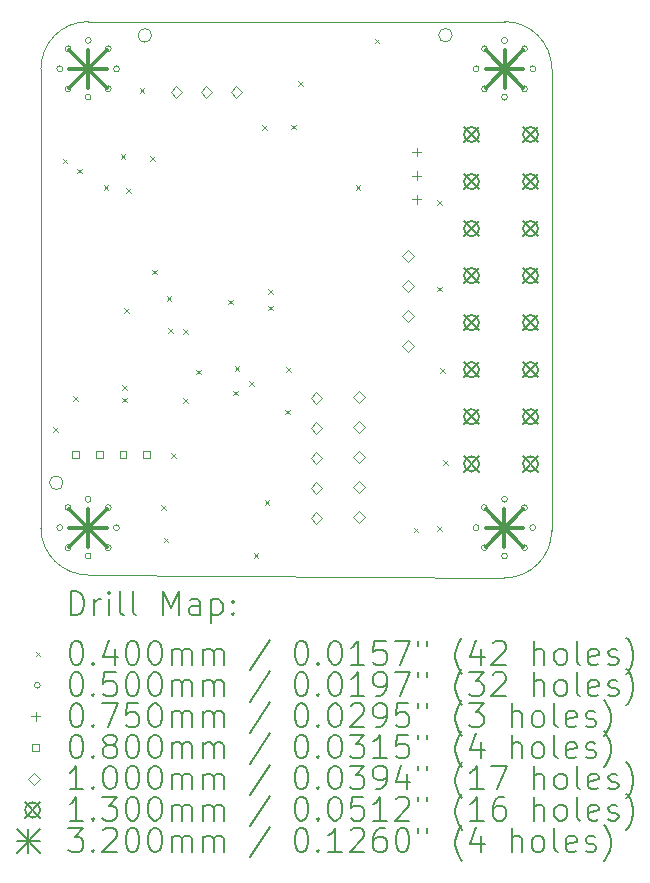
<source format=gbr>
%TF.GenerationSoftware,KiCad,Pcbnew,(6.0.10)*%
%TF.CreationDate,2023-07-07T16:54:31+02:00*%
%TF.ProjectId,SprinklerBoardESP32V3,53707269-6e6b-46c6-9572-426f61726445,rev?*%
%TF.SameCoordinates,Original*%
%TF.FileFunction,Drillmap*%
%TF.FilePolarity,Positive*%
%FSLAX45Y45*%
G04 Gerber Fmt 4.5, Leading zero omitted, Abs format (unit mm)*
G04 Created by KiCad (PCBNEW (6.0.10)) date 2023-07-07 16:54:31*
%MOMM*%
%LPD*%
G01*
G04 APERTURE LIST*
%ADD10C,0.100000*%
%ADD11C,0.200000*%
%ADD12C,0.040000*%
%ADD13C,0.050000*%
%ADD14C,0.075000*%
%ADD15C,0.080000*%
%ADD16C,0.130000*%
%ADD17C,0.320000*%
G04 APERTURE END LIST*
D10*
X11024594Y-13010002D02*
G75*
G03*
X11424594Y-12610002I12J399988D01*
G01*
X11425000Y-8700000D02*
G75*
G03*
X11025000Y-8300000I-400000J0D01*
G01*
X7500000Y-8300000D02*
X11025000Y-8300000D01*
X8037600Y-8417600D02*
G75*
G03*
X8037600Y-8417600I-57600J0D01*
G01*
X7500000Y-8300000D02*
G75*
G03*
X7100000Y-8700000I0J-400000D01*
G01*
X7287600Y-12205000D02*
G75*
G03*
X7287600Y-12205000I-57600J0D01*
G01*
X7099598Y-12585002D02*
G75*
G03*
X7499594Y-12985002I400002J2D01*
G01*
X11424594Y-12610002D02*
X11425000Y-8700000D01*
X11024594Y-13010002D02*
X7499594Y-12985002D01*
X10582600Y-8415000D02*
G75*
G03*
X10582600Y-8415000I-57600J0D01*
G01*
X7100000Y-8700000D02*
X7099594Y-12585002D01*
D11*
D12*
X7202550Y-11735000D02*
X7242550Y-11775000D01*
X7242550Y-11735000D02*
X7202550Y-11775000D01*
X7285000Y-9460000D02*
X7325000Y-9500000D01*
X7325000Y-9460000D02*
X7285000Y-9500000D01*
X7373797Y-11471797D02*
X7413797Y-11511797D01*
X7413797Y-11471797D02*
X7373797Y-11511797D01*
X7405000Y-9545000D02*
X7445000Y-9585000D01*
X7445000Y-9545000D02*
X7405000Y-9585000D01*
X7630000Y-9685000D02*
X7670000Y-9725000D01*
X7670000Y-9685000D02*
X7630000Y-9725000D01*
X7775000Y-9420000D02*
X7815000Y-9460000D01*
X7815000Y-9420000D02*
X7775000Y-9460000D01*
X7787950Y-11376230D02*
X7827950Y-11416230D01*
X7827950Y-11376230D02*
X7787950Y-11416230D01*
X7787950Y-11485000D02*
X7827950Y-11525000D01*
X7827950Y-11485000D02*
X7787950Y-11525000D01*
X7807450Y-10725000D02*
X7847450Y-10765000D01*
X7847450Y-10725000D02*
X7807450Y-10765000D01*
X7820000Y-9710000D02*
X7860000Y-9750000D01*
X7860000Y-9710000D02*
X7820000Y-9750000D01*
X7935000Y-8865000D02*
X7975000Y-8905000D01*
X7975000Y-8865000D02*
X7935000Y-8905000D01*
X8025000Y-9440000D02*
X8065000Y-9480000D01*
X8065000Y-9440000D02*
X8025000Y-9480000D01*
X8040000Y-10400000D02*
X8080000Y-10440000D01*
X8080000Y-10400000D02*
X8040000Y-10440000D01*
X8115000Y-12395000D02*
X8155000Y-12435000D01*
X8155000Y-12395000D02*
X8115000Y-12435000D01*
X8140000Y-12670000D02*
X8180000Y-12710000D01*
X8180000Y-12670000D02*
X8140000Y-12710000D01*
X8165000Y-10625000D02*
X8205000Y-10665000D01*
X8205000Y-10625000D02*
X8165000Y-10665000D01*
X8175000Y-10895000D02*
X8215000Y-10935000D01*
X8215000Y-10895000D02*
X8175000Y-10935000D01*
X8200000Y-11955000D02*
X8240000Y-11995000D01*
X8240000Y-11955000D02*
X8200000Y-11995000D01*
X8305000Y-10905000D02*
X8345000Y-10945000D01*
X8345000Y-10905000D02*
X8305000Y-10945000D01*
X8305000Y-11490000D02*
X8345000Y-11530000D01*
X8345000Y-11490000D02*
X8305000Y-11530000D01*
X8415100Y-11246232D02*
X8455100Y-11286232D01*
X8455100Y-11246232D02*
X8415100Y-11286232D01*
X8685000Y-10655000D02*
X8725000Y-10695000D01*
X8725000Y-10655000D02*
X8685000Y-10695000D01*
X8730000Y-11425000D02*
X8770000Y-11465000D01*
X8770000Y-11425000D02*
X8730000Y-11465000D01*
X8740000Y-11220000D02*
X8780000Y-11260000D01*
X8780000Y-11220000D02*
X8740000Y-11260000D01*
X8865000Y-11345000D02*
X8905000Y-11385000D01*
X8905000Y-11345000D02*
X8865000Y-11385000D01*
X8900000Y-12800000D02*
X8940000Y-12840000D01*
X8940000Y-12800000D02*
X8900000Y-12840000D01*
X8975000Y-9175000D02*
X9015000Y-9215000D01*
X9015000Y-9175000D02*
X8975000Y-9215000D01*
X8995000Y-12350000D02*
X9035000Y-12390000D01*
X9035000Y-12350000D02*
X8995000Y-12390000D01*
X9025000Y-10565000D02*
X9065000Y-10605000D01*
X9065000Y-10565000D02*
X9025000Y-10605000D01*
X9025000Y-10705000D02*
X9065000Y-10745000D01*
X9065000Y-10705000D02*
X9025000Y-10745000D01*
X9165000Y-11585000D02*
X9205000Y-11625000D01*
X9205000Y-11585000D02*
X9165000Y-11625000D01*
X9175000Y-11225000D02*
X9215000Y-11265000D01*
X9215000Y-11225000D02*
X9175000Y-11265000D01*
X9217550Y-9172154D02*
X9257550Y-9212154D01*
X9257550Y-9172154D02*
X9217550Y-9212154D01*
X9275000Y-8805000D02*
X9315000Y-8845000D01*
X9315000Y-8805000D02*
X9275000Y-8845000D01*
X9765000Y-9685000D02*
X9805000Y-9725000D01*
X9805000Y-9685000D02*
X9765000Y-9725000D01*
X9925000Y-8445000D02*
X9965000Y-8485000D01*
X9965000Y-8445000D02*
X9925000Y-8485000D01*
X10255000Y-12585000D02*
X10295000Y-12625000D01*
X10295000Y-12585000D02*
X10255000Y-12625000D01*
X10455000Y-9815000D02*
X10495000Y-9855000D01*
X10495000Y-9815000D02*
X10455000Y-9855000D01*
X10455000Y-10545000D02*
X10495000Y-10585000D01*
X10495000Y-10545000D02*
X10455000Y-10585000D01*
X10455000Y-12575000D02*
X10495000Y-12615000D01*
X10495000Y-12575000D02*
X10455000Y-12615000D01*
X10479194Y-11233043D02*
X10519194Y-11273043D01*
X10519194Y-11233043D02*
X10479194Y-11273043D01*
X10505472Y-12010604D02*
X10545472Y-12050604D01*
X10545472Y-12010604D02*
X10505472Y-12050604D01*
D13*
X7284594Y-12584950D02*
G75*
G03*
X7284594Y-12584950I-25000J0D01*
G01*
X7285000Y-8700000D02*
G75*
G03*
X7285000Y-8700000I-25000J0D01*
G01*
X7354889Y-12415244D02*
G75*
G03*
X7354889Y-12415244I-25000J0D01*
G01*
X7354889Y-12754656D02*
G75*
G03*
X7354889Y-12754656I-25000J0D01*
G01*
X7355294Y-8530294D02*
G75*
G03*
X7355294Y-8530294I-25000J0D01*
G01*
X7355294Y-8869706D02*
G75*
G03*
X7355294Y-8869706I-25000J0D01*
G01*
X7524594Y-12344950D02*
G75*
G03*
X7524594Y-12344950I-25000J0D01*
G01*
X7524594Y-12824950D02*
G75*
G03*
X7524594Y-12824950I-25000J0D01*
G01*
X7525000Y-8460000D02*
G75*
G03*
X7525000Y-8460000I-25000J0D01*
G01*
X7525000Y-8940000D02*
G75*
G03*
X7525000Y-8940000I-25000J0D01*
G01*
X7694300Y-12415244D02*
G75*
G03*
X7694300Y-12415244I-25000J0D01*
G01*
X7694300Y-12754656D02*
G75*
G03*
X7694300Y-12754656I-25000J0D01*
G01*
X7694706Y-8530294D02*
G75*
G03*
X7694706Y-8530294I-25000J0D01*
G01*
X7694706Y-8869706D02*
G75*
G03*
X7694706Y-8869706I-25000J0D01*
G01*
X7764594Y-12584950D02*
G75*
G03*
X7764594Y-12584950I-25000J0D01*
G01*
X7765000Y-8700000D02*
G75*
G03*
X7765000Y-8700000I-25000J0D01*
G01*
X10809594Y-12585002D02*
G75*
G03*
X10809594Y-12585002I-25000J0D01*
G01*
X10810000Y-8700000D02*
G75*
G03*
X10810000Y-8700000I-25000J0D01*
G01*
X10879889Y-12415296D02*
G75*
G03*
X10879889Y-12415296I-25000J0D01*
G01*
X10879889Y-12754707D02*
G75*
G03*
X10879889Y-12754707I-25000J0D01*
G01*
X10880294Y-8530294D02*
G75*
G03*
X10880294Y-8530294I-25000J0D01*
G01*
X10880294Y-8869706D02*
G75*
G03*
X10880294Y-8869706I-25000J0D01*
G01*
X11049594Y-12345002D02*
G75*
G03*
X11049594Y-12345002I-25000J0D01*
G01*
X11049594Y-12825002D02*
G75*
G03*
X11049594Y-12825002I-25000J0D01*
G01*
X11050000Y-8460000D02*
G75*
G03*
X11050000Y-8460000I-25000J0D01*
G01*
X11050000Y-8940000D02*
G75*
G03*
X11050000Y-8940000I-25000J0D01*
G01*
X11219300Y-12415296D02*
G75*
G03*
X11219300Y-12415296I-25000J0D01*
G01*
X11219300Y-12754707D02*
G75*
G03*
X11219300Y-12754707I-25000J0D01*
G01*
X11219706Y-8530294D02*
G75*
G03*
X11219706Y-8530294I-25000J0D01*
G01*
X11219706Y-8869706D02*
G75*
G03*
X11219706Y-8869706I-25000J0D01*
G01*
X11289594Y-12585002D02*
G75*
G03*
X11289594Y-12585002I-25000J0D01*
G01*
X11290000Y-8700000D02*
G75*
G03*
X11290000Y-8700000I-25000J0D01*
G01*
D14*
X10280000Y-9367500D02*
X10280000Y-9442500D01*
X10242500Y-9405000D02*
X10317500Y-9405000D01*
X10280000Y-9567500D02*
X10280000Y-9642500D01*
X10242500Y-9605000D02*
X10317500Y-9605000D01*
X10280000Y-9767500D02*
X10280000Y-9842500D01*
X10242500Y-9805000D02*
X10317500Y-9805000D01*
D15*
X7423284Y-11993284D02*
X7423284Y-11936715D01*
X7366715Y-11936715D01*
X7366715Y-11993284D01*
X7423284Y-11993284D01*
X7623284Y-11993284D02*
X7623284Y-11936715D01*
X7566715Y-11936715D01*
X7566715Y-11993284D01*
X7623284Y-11993284D01*
X7823284Y-11993284D02*
X7823284Y-11936715D01*
X7766715Y-11936715D01*
X7766715Y-11993284D01*
X7823284Y-11993284D01*
X8023284Y-11993284D02*
X8023284Y-11936715D01*
X7966715Y-11936715D01*
X7966715Y-11993284D01*
X8023284Y-11993284D01*
D10*
X8247220Y-8943560D02*
X8297220Y-8893560D01*
X8247220Y-8843560D01*
X8197220Y-8893560D01*
X8247220Y-8943560D01*
X8501220Y-8943560D02*
X8551220Y-8893560D01*
X8501220Y-8843560D01*
X8451220Y-8893560D01*
X8501220Y-8943560D01*
X8755220Y-8943560D02*
X8805220Y-8893560D01*
X8755220Y-8843560D01*
X8705220Y-8893560D01*
X8755220Y-8943560D01*
X9432500Y-11534000D02*
X9482500Y-11484000D01*
X9432500Y-11434000D01*
X9382500Y-11484000D01*
X9432500Y-11534000D01*
X9432500Y-11788000D02*
X9482500Y-11738000D01*
X9432500Y-11688000D01*
X9382500Y-11738000D01*
X9432500Y-11788000D01*
X9432500Y-12042000D02*
X9482500Y-11992000D01*
X9432500Y-11942000D01*
X9382500Y-11992000D01*
X9432500Y-12042000D01*
X9432500Y-12296000D02*
X9482500Y-12246000D01*
X9432500Y-12196000D01*
X9382500Y-12246000D01*
X9432500Y-12296000D01*
X9432500Y-12550000D02*
X9482500Y-12500000D01*
X9432500Y-12450000D01*
X9382500Y-12500000D01*
X9432500Y-12550000D01*
X9795000Y-11531000D02*
X9845000Y-11481000D01*
X9795000Y-11431000D01*
X9745000Y-11481000D01*
X9795000Y-11531000D01*
X9795000Y-11785000D02*
X9845000Y-11735000D01*
X9795000Y-11685000D01*
X9745000Y-11735000D01*
X9795000Y-11785000D01*
X9795000Y-12039000D02*
X9845000Y-11989000D01*
X9795000Y-11939000D01*
X9745000Y-11989000D01*
X9795000Y-12039000D01*
X9795000Y-12293000D02*
X9845000Y-12243000D01*
X9795000Y-12193000D01*
X9745000Y-12243000D01*
X9795000Y-12293000D01*
X9795000Y-12547000D02*
X9845000Y-12497000D01*
X9795000Y-12447000D01*
X9745000Y-12497000D01*
X9795000Y-12547000D01*
X10207490Y-10335000D02*
X10257490Y-10285000D01*
X10207490Y-10235000D01*
X10157490Y-10285000D01*
X10207490Y-10335000D01*
X10207490Y-10589000D02*
X10257490Y-10539000D01*
X10207490Y-10489000D01*
X10157490Y-10539000D01*
X10207490Y-10589000D01*
X10207490Y-10843000D02*
X10257490Y-10793000D01*
X10207490Y-10743000D01*
X10157490Y-10793000D01*
X10207490Y-10843000D01*
X10207490Y-11097000D02*
X10257490Y-11047000D01*
X10207490Y-10997000D01*
X10157490Y-11047000D01*
X10207490Y-11097000D01*
D16*
X10680700Y-9191429D02*
X10810700Y-9321429D01*
X10810700Y-9191429D02*
X10680700Y-9321429D01*
X10810700Y-9256429D02*
G75*
G03*
X10810700Y-9256429I-65000J0D01*
G01*
X10680700Y-9589796D02*
X10810700Y-9719796D01*
X10810700Y-9589796D02*
X10680700Y-9719796D01*
X10810700Y-9654796D02*
G75*
G03*
X10810700Y-9654796I-65000J0D01*
G01*
X10680700Y-9988163D02*
X10810700Y-10118163D01*
X10810700Y-9988163D02*
X10680700Y-10118163D01*
X10810700Y-10053163D02*
G75*
G03*
X10810700Y-10053163I-65000J0D01*
G01*
X10680700Y-10386531D02*
X10810700Y-10516531D01*
X10810700Y-10386531D02*
X10680700Y-10516531D01*
X10810700Y-10451531D02*
G75*
G03*
X10810700Y-10451531I-65000J0D01*
G01*
X10680700Y-10784898D02*
X10810700Y-10914898D01*
X10810700Y-10784898D02*
X10680700Y-10914898D01*
X10810700Y-10849898D02*
G75*
G03*
X10810700Y-10849898I-65000J0D01*
G01*
X10680700Y-11183265D02*
X10810700Y-11313265D01*
X10810700Y-11183265D02*
X10680700Y-11313265D01*
X10810700Y-11248265D02*
G75*
G03*
X10810700Y-11248265I-65000J0D01*
G01*
X10680700Y-11581633D02*
X10810700Y-11711633D01*
X10810700Y-11581633D02*
X10680700Y-11711633D01*
X10810700Y-11646633D02*
G75*
G03*
X10810700Y-11646633I-65000J0D01*
G01*
X10680700Y-11980000D02*
X10810700Y-12110000D01*
X10810700Y-11980000D02*
X10680700Y-12110000D01*
X10810700Y-12045000D02*
G75*
G03*
X10810700Y-12045000I-65000J0D01*
G01*
X11180700Y-9191429D02*
X11310700Y-9321429D01*
X11310700Y-9191429D02*
X11180700Y-9321429D01*
X11310700Y-9256429D02*
G75*
G03*
X11310700Y-9256429I-65000J0D01*
G01*
X11180700Y-9589796D02*
X11310700Y-9719796D01*
X11310700Y-9589796D02*
X11180700Y-9719796D01*
X11310700Y-9654796D02*
G75*
G03*
X11310700Y-9654796I-65000J0D01*
G01*
X11180700Y-9988163D02*
X11310700Y-10118163D01*
X11310700Y-9988163D02*
X11180700Y-10118163D01*
X11310700Y-10053163D02*
G75*
G03*
X11310700Y-10053163I-65000J0D01*
G01*
X11180700Y-10386531D02*
X11310700Y-10516531D01*
X11310700Y-10386531D02*
X11180700Y-10516531D01*
X11310700Y-10451531D02*
G75*
G03*
X11310700Y-10451531I-65000J0D01*
G01*
X11180700Y-10784898D02*
X11310700Y-10914898D01*
X11310700Y-10784898D02*
X11180700Y-10914898D01*
X11310700Y-10849898D02*
G75*
G03*
X11310700Y-10849898I-65000J0D01*
G01*
X11180700Y-11183265D02*
X11310700Y-11313265D01*
X11310700Y-11183265D02*
X11180700Y-11313265D01*
X11310700Y-11248265D02*
G75*
G03*
X11310700Y-11248265I-65000J0D01*
G01*
X11180700Y-11581633D02*
X11310700Y-11711633D01*
X11310700Y-11581633D02*
X11180700Y-11711633D01*
X11310700Y-11646633D02*
G75*
G03*
X11310700Y-11646633I-65000J0D01*
G01*
X11180700Y-11980000D02*
X11310700Y-12110000D01*
X11310700Y-11980000D02*
X11180700Y-12110000D01*
X11310700Y-12045000D02*
G75*
G03*
X11310700Y-12045000I-65000J0D01*
G01*
D17*
X7339594Y-12424950D02*
X7659594Y-12744950D01*
X7659594Y-12424950D02*
X7339594Y-12744950D01*
X7499594Y-12424950D02*
X7499594Y-12744950D01*
X7339594Y-12584950D02*
X7659594Y-12584950D01*
X7340000Y-8540000D02*
X7660000Y-8860000D01*
X7660000Y-8540000D02*
X7340000Y-8860000D01*
X7500000Y-8540000D02*
X7500000Y-8860000D01*
X7340000Y-8700000D02*
X7660000Y-8700000D01*
X10864594Y-12425002D02*
X11184594Y-12745002D01*
X11184594Y-12425002D02*
X10864594Y-12745002D01*
X11024594Y-12425002D02*
X11024594Y-12745002D01*
X10864594Y-12585002D02*
X11184594Y-12585002D01*
X10865000Y-8540000D02*
X11185000Y-8860000D01*
X11185000Y-8540000D02*
X10865000Y-8860000D01*
X11025000Y-8540000D02*
X11025000Y-8860000D01*
X10865000Y-8700000D02*
X11185000Y-8700000D01*
D11*
X7352213Y-13325478D02*
X7352213Y-13125478D01*
X7399832Y-13125478D01*
X7428404Y-13135002D01*
X7447451Y-13154049D01*
X7456975Y-13173097D01*
X7466499Y-13211192D01*
X7466499Y-13239763D01*
X7456975Y-13277859D01*
X7447451Y-13296906D01*
X7428404Y-13315954D01*
X7399832Y-13325478D01*
X7352213Y-13325478D01*
X7552213Y-13325478D02*
X7552213Y-13192144D01*
X7552213Y-13230240D02*
X7561737Y-13211192D01*
X7571261Y-13201668D01*
X7590308Y-13192144D01*
X7609356Y-13192144D01*
X7676023Y-13325478D02*
X7676023Y-13192144D01*
X7676023Y-13125478D02*
X7666499Y-13135002D01*
X7676023Y-13144525D01*
X7685546Y-13135002D01*
X7676023Y-13125478D01*
X7676023Y-13144525D01*
X7799832Y-13325478D02*
X7780785Y-13315954D01*
X7771261Y-13296906D01*
X7771261Y-13125478D01*
X7904594Y-13325478D02*
X7885546Y-13315954D01*
X7876023Y-13296906D01*
X7876023Y-13125478D01*
X8133166Y-13325478D02*
X8133166Y-13125478D01*
X8199832Y-13268335D01*
X8266499Y-13125478D01*
X8266499Y-13325478D01*
X8447451Y-13325478D02*
X8447451Y-13220716D01*
X8437928Y-13201668D01*
X8418880Y-13192144D01*
X8380785Y-13192144D01*
X8361737Y-13201668D01*
X8447451Y-13315954D02*
X8428404Y-13325478D01*
X8380785Y-13325478D01*
X8361737Y-13315954D01*
X8352213Y-13296906D01*
X8352213Y-13277859D01*
X8361737Y-13258811D01*
X8380785Y-13249287D01*
X8428404Y-13249287D01*
X8447451Y-13239763D01*
X8542689Y-13192144D02*
X8542689Y-13392144D01*
X8542689Y-13201668D02*
X8561737Y-13192144D01*
X8599832Y-13192144D01*
X8618880Y-13201668D01*
X8628404Y-13211192D01*
X8637928Y-13230240D01*
X8637928Y-13287382D01*
X8628404Y-13306430D01*
X8618880Y-13315954D01*
X8599832Y-13325478D01*
X8561737Y-13325478D01*
X8542689Y-13315954D01*
X8723642Y-13306430D02*
X8733166Y-13315954D01*
X8723642Y-13325478D01*
X8714118Y-13315954D01*
X8723642Y-13306430D01*
X8723642Y-13325478D01*
X8723642Y-13201668D02*
X8733166Y-13211192D01*
X8723642Y-13220716D01*
X8714118Y-13211192D01*
X8723642Y-13201668D01*
X8723642Y-13220716D01*
D12*
X7054594Y-13635002D02*
X7094594Y-13675002D01*
X7094594Y-13635002D02*
X7054594Y-13675002D01*
D11*
X7390308Y-13545478D02*
X7409356Y-13545478D01*
X7428404Y-13555002D01*
X7437927Y-13564525D01*
X7447451Y-13583573D01*
X7456975Y-13621668D01*
X7456975Y-13669287D01*
X7447451Y-13707382D01*
X7437927Y-13726430D01*
X7428404Y-13735954D01*
X7409356Y-13745478D01*
X7390308Y-13745478D01*
X7371261Y-13735954D01*
X7361737Y-13726430D01*
X7352213Y-13707382D01*
X7342689Y-13669287D01*
X7342689Y-13621668D01*
X7352213Y-13583573D01*
X7361737Y-13564525D01*
X7371261Y-13555002D01*
X7390308Y-13545478D01*
X7542689Y-13726430D02*
X7552213Y-13735954D01*
X7542689Y-13745478D01*
X7533166Y-13735954D01*
X7542689Y-13726430D01*
X7542689Y-13745478D01*
X7723642Y-13612144D02*
X7723642Y-13745478D01*
X7676023Y-13535954D02*
X7628404Y-13678811D01*
X7752213Y-13678811D01*
X7866499Y-13545478D02*
X7885546Y-13545478D01*
X7904594Y-13555002D01*
X7914118Y-13564525D01*
X7923642Y-13583573D01*
X7933166Y-13621668D01*
X7933166Y-13669287D01*
X7923642Y-13707382D01*
X7914118Y-13726430D01*
X7904594Y-13735954D01*
X7885546Y-13745478D01*
X7866499Y-13745478D01*
X7847451Y-13735954D01*
X7837927Y-13726430D01*
X7828404Y-13707382D01*
X7818880Y-13669287D01*
X7818880Y-13621668D01*
X7828404Y-13583573D01*
X7837927Y-13564525D01*
X7847451Y-13555002D01*
X7866499Y-13545478D01*
X8056975Y-13545478D02*
X8076023Y-13545478D01*
X8095070Y-13555002D01*
X8104594Y-13564525D01*
X8114118Y-13583573D01*
X8123642Y-13621668D01*
X8123642Y-13669287D01*
X8114118Y-13707382D01*
X8104594Y-13726430D01*
X8095070Y-13735954D01*
X8076023Y-13745478D01*
X8056975Y-13745478D01*
X8037927Y-13735954D01*
X8028404Y-13726430D01*
X8018880Y-13707382D01*
X8009356Y-13669287D01*
X8009356Y-13621668D01*
X8018880Y-13583573D01*
X8028404Y-13564525D01*
X8037927Y-13555002D01*
X8056975Y-13545478D01*
X8209356Y-13745478D02*
X8209356Y-13612144D01*
X8209356Y-13631192D02*
X8218880Y-13621668D01*
X8237927Y-13612144D01*
X8266499Y-13612144D01*
X8285546Y-13621668D01*
X8295070Y-13640716D01*
X8295070Y-13745478D01*
X8295070Y-13640716D02*
X8304594Y-13621668D01*
X8323642Y-13612144D01*
X8352213Y-13612144D01*
X8371261Y-13621668D01*
X8380785Y-13640716D01*
X8380785Y-13745478D01*
X8476023Y-13745478D02*
X8476023Y-13612144D01*
X8476023Y-13631192D02*
X8485547Y-13621668D01*
X8504594Y-13612144D01*
X8533166Y-13612144D01*
X8552213Y-13621668D01*
X8561737Y-13640716D01*
X8561737Y-13745478D01*
X8561737Y-13640716D02*
X8571261Y-13621668D01*
X8590308Y-13612144D01*
X8618880Y-13612144D01*
X8637928Y-13621668D01*
X8647451Y-13640716D01*
X8647451Y-13745478D01*
X9037928Y-13535954D02*
X8866499Y-13793097D01*
X9295070Y-13545478D02*
X9314118Y-13545478D01*
X9333166Y-13555002D01*
X9342689Y-13564525D01*
X9352213Y-13583573D01*
X9361737Y-13621668D01*
X9361737Y-13669287D01*
X9352213Y-13707382D01*
X9342689Y-13726430D01*
X9333166Y-13735954D01*
X9314118Y-13745478D01*
X9295070Y-13745478D01*
X9276023Y-13735954D01*
X9266499Y-13726430D01*
X9256975Y-13707382D01*
X9247451Y-13669287D01*
X9247451Y-13621668D01*
X9256975Y-13583573D01*
X9266499Y-13564525D01*
X9276023Y-13555002D01*
X9295070Y-13545478D01*
X9447451Y-13726430D02*
X9456975Y-13735954D01*
X9447451Y-13745478D01*
X9437928Y-13735954D01*
X9447451Y-13726430D01*
X9447451Y-13745478D01*
X9580785Y-13545478D02*
X9599832Y-13545478D01*
X9618880Y-13555002D01*
X9628404Y-13564525D01*
X9637928Y-13583573D01*
X9647451Y-13621668D01*
X9647451Y-13669287D01*
X9637928Y-13707382D01*
X9628404Y-13726430D01*
X9618880Y-13735954D01*
X9599832Y-13745478D01*
X9580785Y-13745478D01*
X9561737Y-13735954D01*
X9552213Y-13726430D01*
X9542689Y-13707382D01*
X9533166Y-13669287D01*
X9533166Y-13621668D01*
X9542689Y-13583573D01*
X9552213Y-13564525D01*
X9561737Y-13555002D01*
X9580785Y-13545478D01*
X9837928Y-13745478D02*
X9723642Y-13745478D01*
X9780785Y-13745478D02*
X9780785Y-13545478D01*
X9761737Y-13574049D01*
X9742689Y-13593097D01*
X9723642Y-13602621D01*
X10018880Y-13545478D02*
X9923642Y-13545478D01*
X9914118Y-13640716D01*
X9923642Y-13631192D01*
X9942689Y-13621668D01*
X9990308Y-13621668D01*
X10009356Y-13631192D01*
X10018880Y-13640716D01*
X10028404Y-13659763D01*
X10028404Y-13707382D01*
X10018880Y-13726430D01*
X10009356Y-13735954D01*
X9990308Y-13745478D01*
X9942689Y-13745478D01*
X9923642Y-13735954D01*
X9914118Y-13726430D01*
X10095070Y-13545478D02*
X10228404Y-13545478D01*
X10142689Y-13745478D01*
X10295070Y-13545478D02*
X10295070Y-13583573D01*
X10371261Y-13545478D02*
X10371261Y-13583573D01*
X10666499Y-13821668D02*
X10656975Y-13812144D01*
X10637928Y-13783573D01*
X10628404Y-13764525D01*
X10618880Y-13735954D01*
X10609356Y-13688335D01*
X10609356Y-13650240D01*
X10618880Y-13602621D01*
X10628404Y-13574049D01*
X10637928Y-13555002D01*
X10656975Y-13526430D01*
X10666499Y-13516906D01*
X10828404Y-13612144D02*
X10828404Y-13745478D01*
X10780785Y-13535954D02*
X10733166Y-13678811D01*
X10856975Y-13678811D01*
X10923642Y-13564525D02*
X10933166Y-13555002D01*
X10952213Y-13545478D01*
X10999832Y-13545478D01*
X11018880Y-13555002D01*
X11028404Y-13564525D01*
X11037928Y-13583573D01*
X11037928Y-13602621D01*
X11028404Y-13631192D01*
X10914118Y-13745478D01*
X11037928Y-13745478D01*
X11276023Y-13745478D02*
X11276023Y-13545478D01*
X11361737Y-13745478D02*
X11361737Y-13640716D01*
X11352213Y-13621668D01*
X11333166Y-13612144D01*
X11304594Y-13612144D01*
X11285546Y-13621668D01*
X11276023Y-13631192D01*
X11485546Y-13745478D02*
X11466499Y-13735954D01*
X11456975Y-13726430D01*
X11447451Y-13707382D01*
X11447451Y-13650240D01*
X11456975Y-13631192D01*
X11466499Y-13621668D01*
X11485546Y-13612144D01*
X11514118Y-13612144D01*
X11533166Y-13621668D01*
X11542689Y-13631192D01*
X11552213Y-13650240D01*
X11552213Y-13707382D01*
X11542689Y-13726430D01*
X11533166Y-13735954D01*
X11514118Y-13745478D01*
X11485546Y-13745478D01*
X11666499Y-13745478D02*
X11647451Y-13735954D01*
X11637927Y-13716906D01*
X11637927Y-13545478D01*
X11818880Y-13735954D02*
X11799832Y-13745478D01*
X11761737Y-13745478D01*
X11742689Y-13735954D01*
X11733166Y-13716906D01*
X11733166Y-13640716D01*
X11742689Y-13621668D01*
X11761737Y-13612144D01*
X11799832Y-13612144D01*
X11818880Y-13621668D01*
X11828404Y-13640716D01*
X11828404Y-13659763D01*
X11733166Y-13678811D01*
X11904594Y-13735954D02*
X11923642Y-13745478D01*
X11961737Y-13745478D01*
X11980785Y-13735954D01*
X11990308Y-13716906D01*
X11990308Y-13707382D01*
X11980785Y-13688335D01*
X11961737Y-13678811D01*
X11933166Y-13678811D01*
X11914118Y-13669287D01*
X11904594Y-13650240D01*
X11904594Y-13640716D01*
X11914118Y-13621668D01*
X11933166Y-13612144D01*
X11961737Y-13612144D01*
X11980785Y-13621668D01*
X12056975Y-13821668D02*
X12066499Y-13812144D01*
X12085546Y-13783573D01*
X12095070Y-13764525D01*
X12104594Y-13735954D01*
X12114118Y-13688335D01*
X12114118Y-13650240D01*
X12104594Y-13602621D01*
X12095070Y-13574049D01*
X12085546Y-13555002D01*
X12066499Y-13526430D01*
X12056975Y-13516906D01*
D13*
X7094594Y-13919002D02*
G75*
G03*
X7094594Y-13919002I-25000J0D01*
G01*
D11*
X7390308Y-13809478D02*
X7409356Y-13809478D01*
X7428404Y-13819002D01*
X7437927Y-13828525D01*
X7447451Y-13847573D01*
X7456975Y-13885668D01*
X7456975Y-13933287D01*
X7447451Y-13971382D01*
X7437927Y-13990430D01*
X7428404Y-13999954D01*
X7409356Y-14009478D01*
X7390308Y-14009478D01*
X7371261Y-13999954D01*
X7361737Y-13990430D01*
X7352213Y-13971382D01*
X7342689Y-13933287D01*
X7342689Y-13885668D01*
X7352213Y-13847573D01*
X7361737Y-13828525D01*
X7371261Y-13819002D01*
X7390308Y-13809478D01*
X7542689Y-13990430D02*
X7552213Y-13999954D01*
X7542689Y-14009478D01*
X7533166Y-13999954D01*
X7542689Y-13990430D01*
X7542689Y-14009478D01*
X7733166Y-13809478D02*
X7637927Y-13809478D01*
X7628404Y-13904716D01*
X7637927Y-13895192D01*
X7656975Y-13885668D01*
X7704594Y-13885668D01*
X7723642Y-13895192D01*
X7733166Y-13904716D01*
X7742689Y-13923763D01*
X7742689Y-13971382D01*
X7733166Y-13990430D01*
X7723642Y-13999954D01*
X7704594Y-14009478D01*
X7656975Y-14009478D01*
X7637927Y-13999954D01*
X7628404Y-13990430D01*
X7866499Y-13809478D02*
X7885546Y-13809478D01*
X7904594Y-13819002D01*
X7914118Y-13828525D01*
X7923642Y-13847573D01*
X7933166Y-13885668D01*
X7933166Y-13933287D01*
X7923642Y-13971382D01*
X7914118Y-13990430D01*
X7904594Y-13999954D01*
X7885546Y-14009478D01*
X7866499Y-14009478D01*
X7847451Y-13999954D01*
X7837927Y-13990430D01*
X7828404Y-13971382D01*
X7818880Y-13933287D01*
X7818880Y-13885668D01*
X7828404Y-13847573D01*
X7837927Y-13828525D01*
X7847451Y-13819002D01*
X7866499Y-13809478D01*
X8056975Y-13809478D02*
X8076023Y-13809478D01*
X8095070Y-13819002D01*
X8104594Y-13828525D01*
X8114118Y-13847573D01*
X8123642Y-13885668D01*
X8123642Y-13933287D01*
X8114118Y-13971382D01*
X8104594Y-13990430D01*
X8095070Y-13999954D01*
X8076023Y-14009478D01*
X8056975Y-14009478D01*
X8037927Y-13999954D01*
X8028404Y-13990430D01*
X8018880Y-13971382D01*
X8009356Y-13933287D01*
X8009356Y-13885668D01*
X8018880Y-13847573D01*
X8028404Y-13828525D01*
X8037927Y-13819002D01*
X8056975Y-13809478D01*
X8209356Y-14009478D02*
X8209356Y-13876144D01*
X8209356Y-13895192D02*
X8218880Y-13885668D01*
X8237927Y-13876144D01*
X8266499Y-13876144D01*
X8285546Y-13885668D01*
X8295070Y-13904716D01*
X8295070Y-14009478D01*
X8295070Y-13904716D02*
X8304594Y-13885668D01*
X8323642Y-13876144D01*
X8352213Y-13876144D01*
X8371261Y-13885668D01*
X8380785Y-13904716D01*
X8380785Y-14009478D01*
X8476023Y-14009478D02*
X8476023Y-13876144D01*
X8476023Y-13895192D02*
X8485547Y-13885668D01*
X8504594Y-13876144D01*
X8533166Y-13876144D01*
X8552213Y-13885668D01*
X8561737Y-13904716D01*
X8561737Y-14009478D01*
X8561737Y-13904716D02*
X8571261Y-13885668D01*
X8590308Y-13876144D01*
X8618880Y-13876144D01*
X8637928Y-13885668D01*
X8647451Y-13904716D01*
X8647451Y-14009478D01*
X9037928Y-13799954D02*
X8866499Y-14057097D01*
X9295070Y-13809478D02*
X9314118Y-13809478D01*
X9333166Y-13819002D01*
X9342689Y-13828525D01*
X9352213Y-13847573D01*
X9361737Y-13885668D01*
X9361737Y-13933287D01*
X9352213Y-13971382D01*
X9342689Y-13990430D01*
X9333166Y-13999954D01*
X9314118Y-14009478D01*
X9295070Y-14009478D01*
X9276023Y-13999954D01*
X9266499Y-13990430D01*
X9256975Y-13971382D01*
X9247451Y-13933287D01*
X9247451Y-13885668D01*
X9256975Y-13847573D01*
X9266499Y-13828525D01*
X9276023Y-13819002D01*
X9295070Y-13809478D01*
X9447451Y-13990430D02*
X9456975Y-13999954D01*
X9447451Y-14009478D01*
X9437928Y-13999954D01*
X9447451Y-13990430D01*
X9447451Y-14009478D01*
X9580785Y-13809478D02*
X9599832Y-13809478D01*
X9618880Y-13819002D01*
X9628404Y-13828525D01*
X9637928Y-13847573D01*
X9647451Y-13885668D01*
X9647451Y-13933287D01*
X9637928Y-13971382D01*
X9628404Y-13990430D01*
X9618880Y-13999954D01*
X9599832Y-14009478D01*
X9580785Y-14009478D01*
X9561737Y-13999954D01*
X9552213Y-13990430D01*
X9542689Y-13971382D01*
X9533166Y-13933287D01*
X9533166Y-13885668D01*
X9542689Y-13847573D01*
X9552213Y-13828525D01*
X9561737Y-13819002D01*
X9580785Y-13809478D01*
X9837928Y-14009478D02*
X9723642Y-14009478D01*
X9780785Y-14009478D02*
X9780785Y-13809478D01*
X9761737Y-13838049D01*
X9742689Y-13857097D01*
X9723642Y-13866621D01*
X9933166Y-14009478D02*
X9971261Y-14009478D01*
X9990308Y-13999954D01*
X9999832Y-13990430D01*
X10018880Y-13961859D01*
X10028404Y-13923763D01*
X10028404Y-13847573D01*
X10018880Y-13828525D01*
X10009356Y-13819002D01*
X9990308Y-13809478D01*
X9952213Y-13809478D01*
X9933166Y-13819002D01*
X9923642Y-13828525D01*
X9914118Y-13847573D01*
X9914118Y-13895192D01*
X9923642Y-13914240D01*
X9933166Y-13923763D01*
X9952213Y-13933287D01*
X9990308Y-13933287D01*
X10009356Y-13923763D01*
X10018880Y-13914240D01*
X10028404Y-13895192D01*
X10095070Y-13809478D02*
X10228404Y-13809478D01*
X10142689Y-14009478D01*
X10295070Y-13809478D02*
X10295070Y-13847573D01*
X10371261Y-13809478D02*
X10371261Y-13847573D01*
X10666499Y-14085668D02*
X10656975Y-14076144D01*
X10637928Y-14047573D01*
X10628404Y-14028525D01*
X10618880Y-13999954D01*
X10609356Y-13952335D01*
X10609356Y-13914240D01*
X10618880Y-13866621D01*
X10628404Y-13838049D01*
X10637928Y-13819002D01*
X10656975Y-13790430D01*
X10666499Y-13780906D01*
X10723642Y-13809478D02*
X10847451Y-13809478D01*
X10780785Y-13885668D01*
X10809356Y-13885668D01*
X10828404Y-13895192D01*
X10837928Y-13904716D01*
X10847451Y-13923763D01*
X10847451Y-13971382D01*
X10837928Y-13990430D01*
X10828404Y-13999954D01*
X10809356Y-14009478D01*
X10752213Y-14009478D01*
X10733166Y-13999954D01*
X10723642Y-13990430D01*
X10923642Y-13828525D02*
X10933166Y-13819002D01*
X10952213Y-13809478D01*
X10999832Y-13809478D01*
X11018880Y-13819002D01*
X11028404Y-13828525D01*
X11037928Y-13847573D01*
X11037928Y-13866621D01*
X11028404Y-13895192D01*
X10914118Y-14009478D01*
X11037928Y-14009478D01*
X11276023Y-14009478D02*
X11276023Y-13809478D01*
X11361737Y-14009478D02*
X11361737Y-13904716D01*
X11352213Y-13885668D01*
X11333166Y-13876144D01*
X11304594Y-13876144D01*
X11285546Y-13885668D01*
X11276023Y-13895192D01*
X11485546Y-14009478D02*
X11466499Y-13999954D01*
X11456975Y-13990430D01*
X11447451Y-13971382D01*
X11447451Y-13914240D01*
X11456975Y-13895192D01*
X11466499Y-13885668D01*
X11485546Y-13876144D01*
X11514118Y-13876144D01*
X11533166Y-13885668D01*
X11542689Y-13895192D01*
X11552213Y-13914240D01*
X11552213Y-13971382D01*
X11542689Y-13990430D01*
X11533166Y-13999954D01*
X11514118Y-14009478D01*
X11485546Y-14009478D01*
X11666499Y-14009478D02*
X11647451Y-13999954D01*
X11637927Y-13980906D01*
X11637927Y-13809478D01*
X11818880Y-13999954D02*
X11799832Y-14009478D01*
X11761737Y-14009478D01*
X11742689Y-13999954D01*
X11733166Y-13980906D01*
X11733166Y-13904716D01*
X11742689Y-13885668D01*
X11761737Y-13876144D01*
X11799832Y-13876144D01*
X11818880Y-13885668D01*
X11828404Y-13904716D01*
X11828404Y-13923763D01*
X11733166Y-13942811D01*
X11904594Y-13999954D02*
X11923642Y-14009478D01*
X11961737Y-14009478D01*
X11980785Y-13999954D01*
X11990308Y-13980906D01*
X11990308Y-13971382D01*
X11980785Y-13952335D01*
X11961737Y-13942811D01*
X11933166Y-13942811D01*
X11914118Y-13933287D01*
X11904594Y-13914240D01*
X11904594Y-13904716D01*
X11914118Y-13885668D01*
X11933166Y-13876144D01*
X11961737Y-13876144D01*
X11980785Y-13885668D01*
X12056975Y-14085668D02*
X12066499Y-14076144D01*
X12085546Y-14047573D01*
X12095070Y-14028525D01*
X12104594Y-13999954D01*
X12114118Y-13952335D01*
X12114118Y-13914240D01*
X12104594Y-13866621D01*
X12095070Y-13838049D01*
X12085546Y-13819002D01*
X12066499Y-13790430D01*
X12056975Y-13780906D01*
D14*
X7057094Y-14145502D02*
X7057094Y-14220502D01*
X7019594Y-14183002D02*
X7094594Y-14183002D01*
D11*
X7390308Y-14073478D02*
X7409356Y-14073478D01*
X7428404Y-14083002D01*
X7437927Y-14092525D01*
X7447451Y-14111573D01*
X7456975Y-14149668D01*
X7456975Y-14197287D01*
X7447451Y-14235382D01*
X7437927Y-14254430D01*
X7428404Y-14263954D01*
X7409356Y-14273478D01*
X7390308Y-14273478D01*
X7371261Y-14263954D01*
X7361737Y-14254430D01*
X7352213Y-14235382D01*
X7342689Y-14197287D01*
X7342689Y-14149668D01*
X7352213Y-14111573D01*
X7361737Y-14092525D01*
X7371261Y-14083002D01*
X7390308Y-14073478D01*
X7542689Y-14254430D02*
X7552213Y-14263954D01*
X7542689Y-14273478D01*
X7533166Y-14263954D01*
X7542689Y-14254430D01*
X7542689Y-14273478D01*
X7618880Y-14073478D02*
X7752213Y-14073478D01*
X7666499Y-14273478D01*
X7923642Y-14073478D02*
X7828404Y-14073478D01*
X7818880Y-14168716D01*
X7828404Y-14159192D01*
X7847451Y-14149668D01*
X7895070Y-14149668D01*
X7914118Y-14159192D01*
X7923642Y-14168716D01*
X7933166Y-14187763D01*
X7933166Y-14235382D01*
X7923642Y-14254430D01*
X7914118Y-14263954D01*
X7895070Y-14273478D01*
X7847451Y-14273478D01*
X7828404Y-14263954D01*
X7818880Y-14254430D01*
X8056975Y-14073478D02*
X8076023Y-14073478D01*
X8095070Y-14083002D01*
X8104594Y-14092525D01*
X8114118Y-14111573D01*
X8123642Y-14149668D01*
X8123642Y-14197287D01*
X8114118Y-14235382D01*
X8104594Y-14254430D01*
X8095070Y-14263954D01*
X8076023Y-14273478D01*
X8056975Y-14273478D01*
X8037927Y-14263954D01*
X8028404Y-14254430D01*
X8018880Y-14235382D01*
X8009356Y-14197287D01*
X8009356Y-14149668D01*
X8018880Y-14111573D01*
X8028404Y-14092525D01*
X8037927Y-14083002D01*
X8056975Y-14073478D01*
X8209356Y-14273478D02*
X8209356Y-14140144D01*
X8209356Y-14159192D02*
X8218880Y-14149668D01*
X8237927Y-14140144D01*
X8266499Y-14140144D01*
X8285546Y-14149668D01*
X8295070Y-14168716D01*
X8295070Y-14273478D01*
X8295070Y-14168716D02*
X8304594Y-14149668D01*
X8323642Y-14140144D01*
X8352213Y-14140144D01*
X8371261Y-14149668D01*
X8380785Y-14168716D01*
X8380785Y-14273478D01*
X8476023Y-14273478D02*
X8476023Y-14140144D01*
X8476023Y-14159192D02*
X8485547Y-14149668D01*
X8504594Y-14140144D01*
X8533166Y-14140144D01*
X8552213Y-14149668D01*
X8561737Y-14168716D01*
X8561737Y-14273478D01*
X8561737Y-14168716D02*
X8571261Y-14149668D01*
X8590308Y-14140144D01*
X8618880Y-14140144D01*
X8637928Y-14149668D01*
X8647451Y-14168716D01*
X8647451Y-14273478D01*
X9037928Y-14063954D02*
X8866499Y-14321097D01*
X9295070Y-14073478D02*
X9314118Y-14073478D01*
X9333166Y-14083002D01*
X9342689Y-14092525D01*
X9352213Y-14111573D01*
X9361737Y-14149668D01*
X9361737Y-14197287D01*
X9352213Y-14235382D01*
X9342689Y-14254430D01*
X9333166Y-14263954D01*
X9314118Y-14273478D01*
X9295070Y-14273478D01*
X9276023Y-14263954D01*
X9266499Y-14254430D01*
X9256975Y-14235382D01*
X9247451Y-14197287D01*
X9247451Y-14149668D01*
X9256975Y-14111573D01*
X9266499Y-14092525D01*
X9276023Y-14083002D01*
X9295070Y-14073478D01*
X9447451Y-14254430D02*
X9456975Y-14263954D01*
X9447451Y-14273478D01*
X9437928Y-14263954D01*
X9447451Y-14254430D01*
X9447451Y-14273478D01*
X9580785Y-14073478D02*
X9599832Y-14073478D01*
X9618880Y-14083002D01*
X9628404Y-14092525D01*
X9637928Y-14111573D01*
X9647451Y-14149668D01*
X9647451Y-14197287D01*
X9637928Y-14235382D01*
X9628404Y-14254430D01*
X9618880Y-14263954D01*
X9599832Y-14273478D01*
X9580785Y-14273478D01*
X9561737Y-14263954D01*
X9552213Y-14254430D01*
X9542689Y-14235382D01*
X9533166Y-14197287D01*
X9533166Y-14149668D01*
X9542689Y-14111573D01*
X9552213Y-14092525D01*
X9561737Y-14083002D01*
X9580785Y-14073478D01*
X9723642Y-14092525D02*
X9733166Y-14083002D01*
X9752213Y-14073478D01*
X9799832Y-14073478D01*
X9818880Y-14083002D01*
X9828404Y-14092525D01*
X9837928Y-14111573D01*
X9837928Y-14130621D01*
X9828404Y-14159192D01*
X9714118Y-14273478D01*
X9837928Y-14273478D01*
X9933166Y-14273478D02*
X9971261Y-14273478D01*
X9990308Y-14263954D01*
X9999832Y-14254430D01*
X10018880Y-14225859D01*
X10028404Y-14187763D01*
X10028404Y-14111573D01*
X10018880Y-14092525D01*
X10009356Y-14083002D01*
X9990308Y-14073478D01*
X9952213Y-14073478D01*
X9933166Y-14083002D01*
X9923642Y-14092525D01*
X9914118Y-14111573D01*
X9914118Y-14159192D01*
X9923642Y-14178240D01*
X9933166Y-14187763D01*
X9952213Y-14197287D01*
X9990308Y-14197287D01*
X10009356Y-14187763D01*
X10018880Y-14178240D01*
X10028404Y-14159192D01*
X10209356Y-14073478D02*
X10114118Y-14073478D01*
X10104594Y-14168716D01*
X10114118Y-14159192D01*
X10133166Y-14149668D01*
X10180785Y-14149668D01*
X10199832Y-14159192D01*
X10209356Y-14168716D01*
X10218880Y-14187763D01*
X10218880Y-14235382D01*
X10209356Y-14254430D01*
X10199832Y-14263954D01*
X10180785Y-14273478D01*
X10133166Y-14273478D01*
X10114118Y-14263954D01*
X10104594Y-14254430D01*
X10295070Y-14073478D02*
X10295070Y-14111573D01*
X10371261Y-14073478D02*
X10371261Y-14111573D01*
X10666499Y-14349668D02*
X10656975Y-14340144D01*
X10637928Y-14311573D01*
X10628404Y-14292525D01*
X10618880Y-14263954D01*
X10609356Y-14216335D01*
X10609356Y-14178240D01*
X10618880Y-14130621D01*
X10628404Y-14102049D01*
X10637928Y-14083002D01*
X10656975Y-14054430D01*
X10666499Y-14044906D01*
X10723642Y-14073478D02*
X10847451Y-14073478D01*
X10780785Y-14149668D01*
X10809356Y-14149668D01*
X10828404Y-14159192D01*
X10837928Y-14168716D01*
X10847451Y-14187763D01*
X10847451Y-14235382D01*
X10837928Y-14254430D01*
X10828404Y-14263954D01*
X10809356Y-14273478D01*
X10752213Y-14273478D01*
X10733166Y-14263954D01*
X10723642Y-14254430D01*
X11085547Y-14273478D02*
X11085547Y-14073478D01*
X11171261Y-14273478D02*
X11171261Y-14168716D01*
X11161737Y-14149668D01*
X11142689Y-14140144D01*
X11114118Y-14140144D01*
X11095070Y-14149668D01*
X11085547Y-14159192D01*
X11295070Y-14273478D02*
X11276023Y-14263954D01*
X11266499Y-14254430D01*
X11256975Y-14235382D01*
X11256975Y-14178240D01*
X11266499Y-14159192D01*
X11276023Y-14149668D01*
X11295070Y-14140144D01*
X11323642Y-14140144D01*
X11342689Y-14149668D01*
X11352213Y-14159192D01*
X11361737Y-14178240D01*
X11361737Y-14235382D01*
X11352213Y-14254430D01*
X11342689Y-14263954D01*
X11323642Y-14273478D01*
X11295070Y-14273478D01*
X11476023Y-14273478D02*
X11456975Y-14263954D01*
X11447451Y-14244906D01*
X11447451Y-14073478D01*
X11628404Y-14263954D02*
X11609356Y-14273478D01*
X11571261Y-14273478D01*
X11552213Y-14263954D01*
X11542689Y-14244906D01*
X11542689Y-14168716D01*
X11552213Y-14149668D01*
X11571261Y-14140144D01*
X11609356Y-14140144D01*
X11628404Y-14149668D01*
X11637927Y-14168716D01*
X11637927Y-14187763D01*
X11542689Y-14206811D01*
X11714118Y-14263954D02*
X11733166Y-14273478D01*
X11771261Y-14273478D01*
X11790308Y-14263954D01*
X11799832Y-14244906D01*
X11799832Y-14235382D01*
X11790308Y-14216335D01*
X11771261Y-14206811D01*
X11742689Y-14206811D01*
X11723642Y-14197287D01*
X11714118Y-14178240D01*
X11714118Y-14168716D01*
X11723642Y-14149668D01*
X11742689Y-14140144D01*
X11771261Y-14140144D01*
X11790308Y-14149668D01*
X11866499Y-14349668D02*
X11876023Y-14340144D01*
X11895070Y-14311573D01*
X11904594Y-14292525D01*
X11914118Y-14263954D01*
X11923642Y-14216335D01*
X11923642Y-14178240D01*
X11914118Y-14130621D01*
X11904594Y-14102049D01*
X11895070Y-14083002D01*
X11876023Y-14054430D01*
X11866499Y-14044906D01*
D15*
X7082879Y-14475286D02*
X7082879Y-14418717D01*
X7026310Y-14418717D01*
X7026310Y-14475286D01*
X7082879Y-14475286D01*
D11*
X7390308Y-14337478D02*
X7409356Y-14337478D01*
X7428404Y-14347002D01*
X7437927Y-14356525D01*
X7447451Y-14375573D01*
X7456975Y-14413668D01*
X7456975Y-14461287D01*
X7447451Y-14499382D01*
X7437927Y-14518430D01*
X7428404Y-14527954D01*
X7409356Y-14537478D01*
X7390308Y-14537478D01*
X7371261Y-14527954D01*
X7361737Y-14518430D01*
X7352213Y-14499382D01*
X7342689Y-14461287D01*
X7342689Y-14413668D01*
X7352213Y-14375573D01*
X7361737Y-14356525D01*
X7371261Y-14347002D01*
X7390308Y-14337478D01*
X7542689Y-14518430D02*
X7552213Y-14527954D01*
X7542689Y-14537478D01*
X7533166Y-14527954D01*
X7542689Y-14518430D01*
X7542689Y-14537478D01*
X7666499Y-14423192D02*
X7647451Y-14413668D01*
X7637927Y-14404144D01*
X7628404Y-14385097D01*
X7628404Y-14375573D01*
X7637927Y-14356525D01*
X7647451Y-14347002D01*
X7666499Y-14337478D01*
X7704594Y-14337478D01*
X7723642Y-14347002D01*
X7733166Y-14356525D01*
X7742689Y-14375573D01*
X7742689Y-14385097D01*
X7733166Y-14404144D01*
X7723642Y-14413668D01*
X7704594Y-14423192D01*
X7666499Y-14423192D01*
X7647451Y-14432716D01*
X7637927Y-14442240D01*
X7628404Y-14461287D01*
X7628404Y-14499382D01*
X7637927Y-14518430D01*
X7647451Y-14527954D01*
X7666499Y-14537478D01*
X7704594Y-14537478D01*
X7723642Y-14527954D01*
X7733166Y-14518430D01*
X7742689Y-14499382D01*
X7742689Y-14461287D01*
X7733166Y-14442240D01*
X7723642Y-14432716D01*
X7704594Y-14423192D01*
X7866499Y-14337478D02*
X7885546Y-14337478D01*
X7904594Y-14347002D01*
X7914118Y-14356525D01*
X7923642Y-14375573D01*
X7933166Y-14413668D01*
X7933166Y-14461287D01*
X7923642Y-14499382D01*
X7914118Y-14518430D01*
X7904594Y-14527954D01*
X7885546Y-14537478D01*
X7866499Y-14537478D01*
X7847451Y-14527954D01*
X7837927Y-14518430D01*
X7828404Y-14499382D01*
X7818880Y-14461287D01*
X7818880Y-14413668D01*
X7828404Y-14375573D01*
X7837927Y-14356525D01*
X7847451Y-14347002D01*
X7866499Y-14337478D01*
X8056975Y-14337478D02*
X8076023Y-14337478D01*
X8095070Y-14347002D01*
X8104594Y-14356525D01*
X8114118Y-14375573D01*
X8123642Y-14413668D01*
X8123642Y-14461287D01*
X8114118Y-14499382D01*
X8104594Y-14518430D01*
X8095070Y-14527954D01*
X8076023Y-14537478D01*
X8056975Y-14537478D01*
X8037927Y-14527954D01*
X8028404Y-14518430D01*
X8018880Y-14499382D01*
X8009356Y-14461287D01*
X8009356Y-14413668D01*
X8018880Y-14375573D01*
X8028404Y-14356525D01*
X8037927Y-14347002D01*
X8056975Y-14337478D01*
X8209356Y-14537478D02*
X8209356Y-14404144D01*
X8209356Y-14423192D02*
X8218880Y-14413668D01*
X8237927Y-14404144D01*
X8266499Y-14404144D01*
X8285546Y-14413668D01*
X8295070Y-14432716D01*
X8295070Y-14537478D01*
X8295070Y-14432716D02*
X8304594Y-14413668D01*
X8323642Y-14404144D01*
X8352213Y-14404144D01*
X8371261Y-14413668D01*
X8380785Y-14432716D01*
X8380785Y-14537478D01*
X8476023Y-14537478D02*
X8476023Y-14404144D01*
X8476023Y-14423192D02*
X8485547Y-14413668D01*
X8504594Y-14404144D01*
X8533166Y-14404144D01*
X8552213Y-14413668D01*
X8561737Y-14432716D01*
X8561737Y-14537478D01*
X8561737Y-14432716D02*
X8571261Y-14413668D01*
X8590308Y-14404144D01*
X8618880Y-14404144D01*
X8637928Y-14413668D01*
X8647451Y-14432716D01*
X8647451Y-14537478D01*
X9037928Y-14327954D02*
X8866499Y-14585097D01*
X9295070Y-14337478D02*
X9314118Y-14337478D01*
X9333166Y-14347002D01*
X9342689Y-14356525D01*
X9352213Y-14375573D01*
X9361737Y-14413668D01*
X9361737Y-14461287D01*
X9352213Y-14499382D01*
X9342689Y-14518430D01*
X9333166Y-14527954D01*
X9314118Y-14537478D01*
X9295070Y-14537478D01*
X9276023Y-14527954D01*
X9266499Y-14518430D01*
X9256975Y-14499382D01*
X9247451Y-14461287D01*
X9247451Y-14413668D01*
X9256975Y-14375573D01*
X9266499Y-14356525D01*
X9276023Y-14347002D01*
X9295070Y-14337478D01*
X9447451Y-14518430D02*
X9456975Y-14527954D01*
X9447451Y-14537478D01*
X9437928Y-14527954D01*
X9447451Y-14518430D01*
X9447451Y-14537478D01*
X9580785Y-14337478D02*
X9599832Y-14337478D01*
X9618880Y-14347002D01*
X9628404Y-14356525D01*
X9637928Y-14375573D01*
X9647451Y-14413668D01*
X9647451Y-14461287D01*
X9637928Y-14499382D01*
X9628404Y-14518430D01*
X9618880Y-14527954D01*
X9599832Y-14537478D01*
X9580785Y-14537478D01*
X9561737Y-14527954D01*
X9552213Y-14518430D01*
X9542689Y-14499382D01*
X9533166Y-14461287D01*
X9533166Y-14413668D01*
X9542689Y-14375573D01*
X9552213Y-14356525D01*
X9561737Y-14347002D01*
X9580785Y-14337478D01*
X9714118Y-14337478D02*
X9837928Y-14337478D01*
X9771261Y-14413668D01*
X9799832Y-14413668D01*
X9818880Y-14423192D01*
X9828404Y-14432716D01*
X9837928Y-14451763D01*
X9837928Y-14499382D01*
X9828404Y-14518430D01*
X9818880Y-14527954D01*
X9799832Y-14537478D01*
X9742689Y-14537478D01*
X9723642Y-14527954D01*
X9714118Y-14518430D01*
X10028404Y-14537478D02*
X9914118Y-14537478D01*
X9971261Y-14537478D02*
X9971261Y-14337478D01*
X9952213Y-14366049D01*
X9933166Y-14385097D01*
X9914118Y-14394621D01*
X10209356Y-14337478D02*
X10114118Y-14337478D01*
X10104594Y-14432716D01*
X10114118Y-14423192D01*
X10133166Y-14413668D01*
X10180785Y-14413668D01*
X10199832Y-14423192D01*
X10209356Y-14432716D01*
X10218880Y-14451763D01*
X10218880Y-14499382D01*
X10209356Y-14518430D01*
X10199832Y-14527954D01*
X10180785Y-14537478D01*
X10133166Y-14537478D01*
X10114118Y-14527954D01*
X10104594Y-14518430D01*
X10295070Y-14337478D02*
X10295070Y-14375573D01*
X10371261Y-14337478D02*
X10371261Y-14375573D01*
X10666499Y-14613668D02*
X10656975Y-14604144D01*
X10637928Y-14575573D01*
X10628404Y-14556525D01*
X10618880Y-14527954D01*
X10609356Y-14480335D01*
X10609356Y-14442240D01*
X10618880Y-14394621D01*
X10628404Y-14366049D01*
X10637928Y-14347002D01*
X10656975Y-14318430D01*
X10666499Y-14308906D01*
X10828404Y-14404144D02*
X10828404Y-14537478D01*
X10780785Y-14327954D02*
X10733166Y-14470811D01*
X10856975Y-14470811D01*
X11085547Y-14537478D02*
X11085547Y-14337478D01*
X11171261Y-14537478D02*
X11171261Y-14432716D01*
X11161737Y-14413668D01*
X11142689Y-14404144D01*
X11114118Y-14404144D01*
X11095070Y-14413668D01*
X11085547Y-14423192D01*
X11295070Y-14537478D02*
X11276023Y-14527954D01*
X11266499Y-14518430D01*
X11256975Y-14499382D01*
X11256975Y-14442240D01*
X11266499Y-14423192D01*
X11276023Y-14413668D01*
X11295070Y-14404144D01*
X11323642Y-14404144D01*
X11342689Y-14413668D01*
X11352213Y-14423192D01*
X11361737Y-14442240D01*
X11361737Y-14499382D01*
X11352213Y-14518430D01*
X11342689Y-14527954D01*
X11323642Y-14537478D01*
X11295070Y-14537478D01*
X11476023Y-14537478D02*
X11456975Y-14527954D01*
X11447451Y-14508906D01*
X11447451Y-14337478D01*
X11628404Y-14527954D02*
X11609356Y-14537478D01*
X11571261Y-14537478D01*
X11552213Y-14527954D01*
X11542689Y-14508906D01*
X11542689Y-14432716D01*
X11552213Y-14413668D01*
X11571261Y-14404144D01*
X11609356Y-14404144D01*
X11628404Y-14413668D01*
X11637927Y-14432716D01*
X11637927Y-14451763D01*
X11542689Y-14470811D01*
X11714118Y-14527954D02*
X11733166Y-14537478D01*
X11771261Y-14537478D01*
X11790308Y-14527954D01*
X11799832Y-14508906D01*
X11799832Y-14499382D01*
X11790308Y-14480335D01*
X11771261Y-14470811D01*
X11742689Y-14470811D01*
X11723642Y-14461287D01*
X11714118Y-14442240D01*
X11714118Y-14432716D01*
X11723642Y-14413668D01*
X11742689Y-14404144D01*
X11771261Y-14404144D01*
X11790308Y-14413668D01*
X11866499Y-14613668D02*
X11876023Y-14604144D01*
X11895070Y-14575573D01*
X11904594Y-14556525D01*
X11914118Y-14527954D01*
X11923642Y-14480335D01*
X11923642Y-14442240D01*
X11914118Y-14394621D01*
X11904594Y-14366049D01*
X11895070Y-14347002D01*
X11876023Y-14318430D01*
X11866499Y-14308906D01*
D10*
X7044594Y-14761002D02*
X7094594Y-14711002D01*
X7044594Y-14661002D01*
X6994594Y-14711002D01*
X7044594Y-14761002D01*
D11*
X7456975Y-14801478D02*
X7342689Y-14801478D01*
X7399832Y-14801478D02*
X7399832Y-14601478D01*
X7380785Y-14630049D01*
X7361737Y-14649097D01*
X7342689Y-14658621D01*
X7542689Y-14782430D02*
X7552213Y-14791954D01*
X7542689Y-14801478D01*
X7533166Y-14791954D01*
X7542689Y-14782430D01*
X7542689Y-14801478D01*
X7676023Y-14601478D02*
X7695070Y-14601478D01*
X7714118Y-14611002D01*
X7723642Y-14620525D01*
X7733166Y-14639573D01*
X7742689Y-14677668D01*
X7742689Y-14725287D01*
X7733166Y-14763382D01*
X7723642Y-14782430D01*
X7714118Y-14791954D01*
X7695070Y-14801478D01*
X7676023Y-14801478D01*
X7656975Y-14791954D01*
X7647451Y-14782430D01*
X7637927Y-14763382D01*
X7628404Y-14725287D01*
X7628404Y-14677668D01*
X7637927Y-14639573D01*
X7647451Y-14620525D01*
X7656975Y-14611002D01*
X7676023Y-14601478D01*
X7866499Y-14601478D02*
X7885546Y-14601478D01*
X7904594Y-14611002D01*
X7914118Y-14620525D01*
X7923642Y-14639573D01*
X7933166Y-14677668D01*
X7933166Y-14725287D01*
X7923642Y-14763382D01*
X7914118Y-14782430D01*
X7904594Y-14791954D01*
X7885546Y-14801478D01*
X7866499Y-14801478D01*
X7847451Y-14791954D01*
X7837927Y-14782430D01*
X7828404Y-14763382D01*
X7818880Y-14725287D01*
X7818880Y-14677668D01*
X7828404Y-14639573D01*
X7837927Y-14620525D01*
X7847451Y-14611002D01*
X7866499Y-14601478D01*
X8056975Y-14601478D02*
X8076023Y-14601478D01*
X8095070Y-14611002D01*
X8104594Y-14620525D01*
X8114118Y-14639573D01*
X8123642Y-14677668D01*
X8123642Y-14725287D01*
X8114118Y-14763382D01*
X8104594Y-14782430D01*
X8095070Y-14791954D01*
X8076023Y-14801478D01*
X8056975Y-14801478D01*
X8037927Y-14791954D01*
X8028404Y-14782430D01*
X8018880Y-14763382D01*
X8009356Y-14725287D01*
X8009356Y-14677668D01*
X8018880Y-14639573D01*
X8028404Y-14620525D01*
X8037927Y-14611002D01*
X8056975Y-14601478D01*
X8209356Y-14801478D02*
X8209356Y-14668144D01*
X8209356Y-14687192D02*
X8218880Y-14677668D01*
X8237927Y-14668144D01*
X8266499Y-14668144D01*
X8285546Y-14677668D01*
X8295070Y-14696716D01*
X8295070Y-14801478D01*
X8295070Y-14696716D02*
X8304594Y-14677668D01*
X8323642Y-14668144D01*
X8352213Y-14668144D01*
X8371261Y-14677668D01*
X8380785Y-14696716D01*
X8380785Y-14801478D01*
X8476023Y-14801478D02*
X8476023Y-14668144D01*
X8476023Y-14687192D02*
X8485547Y-14677668D01*
X8504594Y-14668144D01*
X8533166Y-14668144D01*
X8552213Y-14677668D01*
X8561737Y-14696716D01*
X8561737Y-14801478D01*
X8561737Y-14696716D02*
X8571261Y-14677668D01*
X8590308Y-14668144D01*
X8618880Y-14668144D01*
X8637928Y-14677668D01*
X8647451Y-14696716D01*
X8647451Y-14801478D01*
X9037928Y-14591954D02*
X8866499Y-14849097D01*
X9295070Y-14601478D02*
X9314118Y-14601478D01*
X9333166Y-14611002D01*
X9342689Y-14620525D01*
X9352213Y-14639573D01*
X9361737Y-14677668D01*
X9361737Y-14725287D01*
X9352213Y-14763382D01*
X9342689Y-14782430D01*
X9333166Y-14791954D01*
X9314118Y-14801478D01*
X9295070Y-14801478D01*
X9276023Y-14791954D01*
X9266499Y-14782430D01*
X9256975Y-14763382D01*
X9247451Y-14725287D01*
X9247451Y-14677668D01*
X9256975Y-14639573D01*
X9266499Y-14620525D01*
X9276023Y-14611002D01*
X9295070Y-14601478D01*
X9447451Y-14782430D02*
X9456975Y-14791954D01*
X9447451Y-14801478D01*
X9437928Y-14791954D01*
X9447451Y-14782430D01*
X9447451Y-14801478D01*
X9580785Y-14601478D02*
X9599832Y-14601478D01*
X9618880Y-14611002D01*
X9628404Y-14620525D01*
X9637928Y-14639573D01*
X9647451Y-14677668D01*
X9647451Y-14725287D01*
X9637928Y-14763382D01*
X9628404Y-14782430D01*
X9618880Y-14791954D01*
X9599832Y-14801478D01*
X9580785Y-14801478D01*
X9561737Y-14791954D01*
X9552213Y-14782430D01*
X9542689Y-14763382D01*
X9533166Y-14725287D01*
X9533166Y-14677668D01*
X9542689Y-14639573D01*
X9552213Y-14620525D01*
X9561737Y-14611002D01*
X9580785Y-14601478D01*
X9714118Y-14601478D02*
X9837928Y-14601478D01*
X9771261Y-14677668D01*
X9799832Y-14677668D01*
X9818880Y-14687192D01*
X9828404Y-14696716D01*
X9837928Y-14715763D01*
X9837928Y-14763382D01*
X9828404Y-14782430D01*
X9818880Y-14791954D01*
X9799832Y-14801478D01*
X9742689Y-14801478D01*
X9723642Y-14791954D01*
X9714118Y-14782430D01*
X9933166Y-14801478D02*
X9971261Y-14801478D01*
X9990308Y-14791954D01*
X9999832Y-14782430D01*
X10018880Y-14753859D01*
X10028404Y-14715763D01*
X10028404Y-14639573D01*
X10018880Y-14620525D01*
X10009356Y-14611002D01*
X9990308Y-14601478D01*
X9952213Y-14601478D01*
X9933166Y-14611002D01*
X9923642Y-14620525D01*
X9914118Y-14639573D01*
X9914118Y-14687192D01*
X9923642Y-14706240D01*
X9933166Y-14715763D01*
X9952213Y-14725287D01*
X9990308Y-14725287D01*
X10009356Y-14715763D01*
X10018880Y-14706240D01*
X10028404Y-14687192D01*
X10199832Y-14668144D02*
X10199832Y-14801478D01*
X10152213Y-14591954D02*
X10104594Y-14734811D01*
X10228404Y-14734811D01*
X10295070Y-14601478D02*
X10295070Y-14639573D01*
X10371261Y-14601478D02*
X10371261Y-14639573D01*
X10666499Y-14877668D02*
X10656975Y-14868144D01*
X10637928Y-14839573D01*
X10628404Y-14820525D01*
X10618880Y-14791954D01*
X10609356Y-14744335D01*
X10609356Y-14706240D01*
X10618880Y-14658621D01*
X10628404Y-14630049D01*
X10637928Y-14611002D01*
X10656975Y-14582430D01*
X10666499Y-14572906D01*
X10847451Y-14801478D02*
X10733166Y-14801478D01*
X10790308Y-14801478D02*
X10790308Y-14601478D01*
X10771261Y-14630049D01*
X10752213Y-14649097D01*
X10733166Y-14658621D01*
X10914118Y-14601478D02*
X11047451Y-14601478D01*
X10961737Y-14801478D01*
X11276023Y-14801478D02*
X11276023Y-14601478D01*
X11361737Y-14801478D02*
X11361737Y-14696716D01*
X11352213Y-14677668D01*
X11333166Y-14668144D01*
X11304594Y-14668144D01*
X11285546Y-14677668D01*
X11276023Y-14687192D01*
X11485546Y-14801478D02*
X11466499Y-14791954D01*
X11456975Y-14782430D01*
X11447451Y-14763382D01*
X11447451Y-14706240D01*
X11456975Y-14687192D01*
X11466499Y-14677668D01*
X11485546Y-14668144D01*
X11514118Y-14668144D01*
X11533166Y-14677668D01*
X11542689Y-14687192D01*
X11552213Y-14706240D01*
X11552213Y-14763382D01*
X11542689Y-14782430D01*
X11533166Y-14791954D01*
X11514118Y-14801478D01*
X11485546Y-14801478D01*
X11666499Y-14801478D02*
X11647451Y-14791954D01*
X11637927Y-14772906D01*
X11637927Y-14601478D01*
X11818880Y-14791954D02*
X11799832Y-14801478D01*
X11761737Y-14801478D01*
X11742689Y-14791954D01*
X11733166Y-14772906D01*
X11733166Y-14696716D01*
X11742689Y-14677668D01*
X11761737Y-14668144D01*
X11799832Y-14668144D01*
X11818880Y-14677668D01*
X11828404Y-14696716D01*
X11828404Y-14715763D01*
X11733166Y-14734811D01*
X11904594Y-14791954D02*
X11923642Y-14801478D01*
X11961737Y-14801478D01*
X11980785Y-14791954D01*
X11990308Y-14772906D01*
X11990308Y-14763382D01*
X11980785Y-14744335D01*
X11961737Y-14734811D01*
X11933166Y-14734811D01*
X11914118Y-14725287D01*
X11904594Y-14706240D01*
X11904594Y-14696716D01*
X11914118Y-14677668D01*
X11933166Y-14668144D01*
X11961737Y-14668144D01*
X11980785Y-14677668D01*
X12056975Y-14877668D02*
X12066499Y-14868144D01*
X12085546Y-14839573D01*
X12095070Y-14820525D01*
X12104594Y-14791954D01*
X12114118Y-14744335D01*
X12114118Y-14706240D01*
X12104594Y-14658621D01*
X12095070Y-14630049D01*
X12085546Y-14611002D01*
X12066499Y-14582430D01*
X12056975Y-14572906D01*
D16*
X6964594Y-14910002D02*
X7094594Y-15040002D01*
X7094594Y-14910002D02*
X6964594Y-15040002D01*
X7094594Y-14975002D02*
G75*
G03*
X7094594Y-14975002I-65000J0D01*
G01*
D11*
X7456975Y-15065478D02*
X7342689Y-15065478D01*
X7399832Y-15065478D02*
X7399832Y-14865478D01*
X7380785Y-14894049D01*
X7361737Y-14913097D01*
X7342689Y-14922621D01*
X7542689Y-15046430D02*
X7552213Y-15055954D01*
X7542689Y-15065478D01*
X7533166Y-15055954D01*
X7542689Y-15046430D01*
X7542689Y-15065478D01*
X7618880Y-14865478D02*
X7742689Y-14865478D01*
X7676023Y-14941668D01*
X7704594Y-14941668D01*
X7723642Y-14951192D01*
X7733166Y-14960716D01*
X7742689Y-14979763D01*
X7742689Y-15027382D01*
X7733166Y-15046430D01*
X7723642Y-15055954D01*
X7704594Y-15065478D01*
X7647451Y-15065478D01*
X7628404Y-15055954D01*
X7618880Y-15046430D01*
X7866499Y-14865478D02*
X7885546Y-14865478D01*
X7904594Y-14875002D01*
X7914118Y-14884525D01*
X7923642Y-14903573D01*
X7933166Y-14941668D01*
X7933166Y-14989287D01*
X7923642Y-15027382D01*
X7914118Y-15046430D01*
X7904594Y-15055954D01*
X7885546Y-15065478D01*
X7866499Y-15065478D01*
X7847451Y-15055954D01*
X7837927Y-15046430D01*
X7828404Y-15027382D01*
X7818880Y-14989287D01*
X7818880Y-14941668D01*
X7828404Y-14903573D01*
X7837927Y-14884525D01*
X7847451Y-14875002D01*
X7866499Y-14865478D01*
X8056975Y-14865478D02*
X8076023Y-14865478D01*
X8095070Y-14875002D01*
X8104594Y-14884525D01*
X8114118Y-14903573D01*
X8123642Y-14941668D01*
X8123642Y-14989287D01*
X8114118Y-15027382D01*
X8104594Y-15046430D01*
X8095070Y-15055954D01*
X8076023Y-15065478D01*
X8056975Y-15065478D01*
X8037927Y-15055954D01*
X8028404Y-15046430D01*
X8018880Y-15027382D01*
X8009356Y-14989287D01*
X8009356Y-14941668D01*
X8018880Y-14903573D01*
X8028404Y-14884525D01*
X8037927Y-14875002D01*
X8056975Y-14865478D01*
X8209356Y-15065478D02*
X8209356Y-14932144D01*
X8209356Y-14951192D02*
X8218880Y-14941668D01*
X8237927Y-14932144D01*
X8266499Y-14932144D01*
X8285546Y-14941668D01*
X8295070Y-14960716D01*
X8295070Y-15065478D01*
X8295070Y-14960716D02*
X8304594Y-14941668D01*
X8323642Y-14932144D01*
X8352213Y-14932144D01*
X8371261Y-14941668D01*
X8380785Y-14960716D01*
X8380785Y-15065478D01*
X8476023Y-15065478D02*
X8476023Y-14932144D01*
X8476023Y-14951192D02*
X8485547Y-14941668D01*
X8504594Y-14932144D01*
X8533166Y-14932144D01*
X8552213Y-14941668D01*
X8561737Y-14960716D01*
X8561737Y-15065478D01*
X8561737Y-14960716D02*
X8571261Y-14941668D01*
X8590308Y-14932144D01*
X8618880Y-14932144D01*
X8637928Y-14941668D01*
X8647451Y-14960716D01*
X8647451Y-15065478D01*
X9037928Y-14855954D02*
X8866499Y-15113097D01*
X9295070Y-14865478D02*
X9314118Y-14865478D01*
X9333166Y-14875002D01*
X9342689Y-14884525D01*
X9352213Y-14903573D01*
X9361737Y-14941668D01*
X9361737Y-14989287D01*
X9352213Y-15027382D01*
X9342689Y-15046430D01*
X9333166Y-15055954D01*
X9314118Y-15065478D01*
X9295070Y-15065478D01*
X9276023Y-15055954D01*
X9266499Y-15046430D01*
X9256975Y-15027382D01*
X9247451Y-14989287D01*
X9247451Y-14941668D01*
X9256975Y-14903573D01*
X9266499Y-14884525D01*
X9276023Y-14875002D01*
X9295070Y-14865478D01*
X9447451Y-15046430D02*
X9456975Y-15055954D01*
X9447451Y-15065478D01*
X9437928Y-15055954D01*
X9447451Y-15046430D01*
X9447451Y-15065478D01*
X9580785Y-14865478D02*
X9599832Y-14865478D01*
X9618880Y-14875002D01*
X9628404Y-14884525D01*
X9637928Y-14903573D01*
X9647451Y-14941668D01*
X9647451Y-14989287D01*
X9637928Y-15027382D01*
X9628404Y-15046430D01*
X9618880Y-15055954D01*
X9599832Y-15065478D01*
X9580785Y-15065478D01*
X9561737Y-15055954D01*
X9552213Y-15046430D01*
X9542689Y-15027382D01*
X9533166Y-14989287D01*
X9533166Y-14941668D01*
X9542689Y-14903573D01*
X9552213Y-14884525D01*
X9561737Y-14875002D01*
X9580785Y-14865478D01*
X9828404Y-14865478D02*
X9733166Y-14865478D01*
X9723642Y-14960716D01*
X9733166Y-14951192D01*
X9752213Y-14941668D01*
X9799832Y-14941668D01*
X9818880Y-14951192D01*
X9828404Y-14960716D01*
X9837928Y-14979763D01*
X9837928Y-15027382D01*
X9828404Y-15046430D01*
X9818880Y-15055954D01*
X9799832Y-15065478D01*
X9752213Y-15065478D01*
X9733166Y-15055954D01*
X9723642Y-15046430D01*
X10028404Y-15065478D02*
X9914118Y-15065478D01*
X9971261Y-15065478D02*
X9971261Y-14865478D01*
X9952213Y-14894049D01*
X9933166Y-14913097D01*
X9914118Y-14922621D01*
X10104594Y-14884525D02*
X10114118Y-14875002D01*
X10133166Y-14865478D01*
X10180785Y-14865478D01*
X10199832Y-14875002D01*
X10209356Y-14884525D01*
X10218880Y-14903573D01*
X10218880Y-14922621D01*
X10209356Y-14951192D01*
X10095070Y-15065478D01*
X10218880Y-15065478D01*
X10295070Y-14865478D02*
X10295070Y-14903573D01*
X10371261Y-14865478D02*
X10371261Y-14903573D01*
X10666499Y-15141668D02*
X10656975Y-15132144D01*
X10637928Y-15103573D01*
X10628404Y-15084525D01*
X10618880Y-15055954D01*
X10609356Y-15008335D01*
X10609356Y-14970240D01*
X10618880Y-14922621D01*
X10628404Y-14894049D01*
X10637928Y-14875002D01*
X10656975Y-14846430D01*
X10666499Y-14836906D01*
X10847451Y-15065478D02*
X10733166Y-15065478D01*
X10790308Y-15065478D02*
X10790308Y-14865478D01*
X10771261Y-14894049D01*
X10752213Y-14913097D01*
X10733166Y-14922621D01*
X11018880Y-14865478D02*
X10980785Y-14865478D01*
X10961737Y-14875002D01*
X10952213Y-14884525D01*
X10933166Y-14913097D01*
X10923642Y-14951192D01*
X10923642Y-15027382D01*
X10933166Y-15046430D01*
X10942689Y-15055954D01*
X10961737Y-15065478D01*
X10999832Y-15065478D01*
X11018880Y-15055954D01*
X11028404Y-15046430D01*
X11037928Y-15027382D01*
X11037928Y-14979763D01*
X11028404Y-14960716D01*
X11018880Y-14951192D01*
X10999832Y-14941668D01*
X10961737Y-14941668D01*
X10942689Y-14951192D01*
X10933166Y-14960716D01*
X10923642Y-14979763D01*
X11276023Y-15065478D02*
X11276023Y-14865478D01*
X11361737Y-15065478D02*
X11361737Y-14960716D01*
X11352213Y-14941668D01*
X11333166Y-14932144D01*
X11304594Y-14932144D01*
X11285546Y-14941668D01*
X11276023Y-14951192D01*
X11485546Y-15065478D02*
X11466499Y-15055954D01*
X11456975Y-15046430D01*
X11447451Y-15027382D01*
X11447451Y-14970240D01*
X11456975Y-14951192D01*
X11466499Y-14941668D01*
X11485546Y-14932144D01*
X11514118Y-14932144D01*
X11533166Y-14941668D01*
X11542689Y-14951192D01*
X11552213Y-14970240D01*
X11552213Y-15027382D01*
X11542689Y-15046430D01*
X11533166Y-15055954D01*
X11514118Y-15065478D01*
X11485546Y-15065478D01*
X11666499Y-15065478D02*
X11647451Y-15055954D01*
X11637927Y-15036906D01*
X11637927Y-14865478D01*
X11818880Y-15055954D02*
X11799832Y-15065478D01*
X11761737Y-15065478D01*
X11742689Y-15055954D01*
X11733166Y-15036906D01*
X11733166Y-14960716D01*
X11742689Y-14941668D01*
X11761737Y-14932144D01*
X11799832Y-14932144D01*
X11818880Y-14941668D01*
X11828404Y-14960716D01*
X11828404Y-14979763D01*
X11733166Y-14998811D01*
X11904594Y-15055954D02*
X11923642Y-15065478D01*
X11961737Y-15065478D01*
X11980785Y-15055954D01*
X11990308Y-15036906D01*
X11990308Y-15027382D01*
X11980785Y-15008335D01*
X11961737Y-14998811D01*
X11933166Y-14998811D01*
X11914118Y-14989287D01*
X11904594Y-14970240D01*
X11904594Y-14960716D01*
X11914118Y-14941668D01*
X11933166Y-14932144D01*
X11961737Y-14932144D01*
X11980785Y-14941668D01*
X12056975Y-15141668D02*
X12066499Y-15132144D01*
X12085546Y-15103573D01*
X12095070Y-15084525D01*
X12104594Y-15055954D01*
X12114118Y-15008335D01*
X12114118Y-14970240D01*
X12104594Y-14922621D01*
X12095070Y-14894049D01*
X12085546Y-14875002D01*
X12066499Y-14846430D01*
X12056975Y-14836906D01*
X6894594Y-15139002D02*
X7094594Y-15339002D01*
X7094594Y-15139002D02*
X6894594Y-15339002D01*
X6994594Y-15139002D02*
X6994594Y-15339002D01*
X6894594Y-15239002D02*
X7094594Y-15239002D01*
X7333166Y-15129478D02*
X7456975Y-15129478D01*
X7390308Y-15205668D01*
X7418880Y-15205668D01*
X7437927Y-15215192D01*
X7447451Y-15224716D01*
X7456975Y-15243763D01*
X7456975Y-15291382D01*
X7447451Y-15310430D01*
X7437927Y-15319954D01*
X7418880Y-15329478D01*
X7361737Y-15329478D01*
X7342689Y-15319954D01*
X7333166Y-15310430D01*
X7542689Y-15310430D02*
X7552213Y-15319954D01*
X7542689Y-15329478D01*
X7533166Y-15319954D01*
X7542689Y-15310430D01*
X7542689Y-15329478D01*
X7628404Y-15148525D02*
X7637927Y-15139002D01*
X7656975Y-15129478D01*
X7704594Y-15129478D01*
X7723642Y-15139002D01*
X7733166Y-15148525D01*
X7742689Y-15167573D01*
X7742689Y-15186621D01*
X7733166Y-15215192D01*
X7618880Y-15329478D01*
X7742689Y-15329478D01*
X7866499Y-15129478D02*
X7885546Y-15129478D01*
X7904594Y-15139002D01*
X7914118Y-15148525D01*
X7923642Y-15167573D01*
X7933166Y-15205668D01*
X7933166Y-15253287D01*
X7923642Y-15291382D01*
X7914118Y-15310430D01*
X7904594Y-15319954D01*
X7885546Y-15329478D01*
X7866499Y-15329478D01*
X7847451Y-15319954D01*
X7837927Y-15310430D01*
X7828404Y-15291382D01*
X7818880Y-15253287D01*
X7818880Y-15205668D01*
X7828404Y-15167573D01*
X7837927Y-15148525D01*
X7847451Y-15139002D01*
X7866499Y-15129478D01*
X8056975Y-15129478D02*
X8076023Y-15129478D01*
X8095070Y-15139002D01*
X8104594Y-15148525D01*
X8114118Y-15167573D01*
X8123642Y-15205668D01*
X8123642Y-15253287D01*
X8114118Y-15291382D01*
X8104594Y-15310430D01*
X8095070Y-15319954D01*
X8076023Y-15329478D01*
X8056975Y-15329478D01*
X8037927Y-15319954D01*
X8028404Y-15310430D01*
X8018880Y-15291382D01*
X8009356Y-15253287D01*
X8009356Y-15205668D01*
X8018880Y-15167573D01*
X8028404Y-15148525D01*
X8037927Y-15139002D01*
X8056975Y-15129478D01*
X8209356Y-15329478D02*
X8209356Y-15196144D01*
X8209356Y-15215192D02*
X8218880Y-15205668D01*
X8237927Y-15196144D01*
X8266499Y-15196144D01*
X8285546Y-15205668D01*
X8295070Y-15224716D01*
X8295070Y-15329478D01*
X8295070Y-15224716D02*
X8304594Y-15205668D01*
X8323642Y-15196144D01*
X8352213Y-15196144D01*
X8371261Y-15205668D01*
X8380785Y-15224716D01*
X8380785Y-15329478D01*
X8476023Y-15329478D02*
X8476023Y-15196144D01*
X8476023Y-15215192D02*
X8485547Y-15205668D01*
X8504594Y-15196144D01*
X8533166Y-15196144D01*
X8552213Y-15205668D01*
X8561737Y-15224716D01*
X8561737Y-15329478D01*
X8561737Y-15224716D02*
X8571261Y-15205668D01*
X8590308Y-15196144D01*
X8618880Y-15196144D01*
X8637928Y-15205668D01*
X8647451Y-15224716D01*
X8647451Y-15329478D01*
X9037928Y-15119954D02*
X8866499Y-15377097D01*
X9295070Y-15129478D02*
X9314118Y-15129478D01*
X9333166Y-15139002D01*
X9342689Y-15148525D01*
X9352213Y-15167573D01*
X9361737Y-15205668D01*
X9361737Y-15253287D01*
X9352213Y-15291382D01*
X9342689Y-15310430D01*
X9333166Y-15319954D01*
X9314118Y-15329478D01*
X9295070Y-15329478D01*
X9276023Y-15319954D01*
X9266499Y-15310430D01*
X9256975Y-15291382D01*
X9247451Y-15253287D01*
X9247451Y-15205668D01*
X9256975Y-15167573D01*
X9266499Y-15148525D01*
X9276023Y-15139002D01*
X9295070Y-15129478D01*
X9447451Y-15310430D02*
X9456975Y-15319954D01*
X9447451Y-15329478D01*
X9437928Y-15319954D01*
X9447451Y-15310430D01*
X9447451Y-15329478D01*
X9647451Y-15329478D02*
X9533166Y-15329478D01*
X9590308Y-15329478D02*
X9590308Y-15129478D01*
X9571261Y-15158049D01*
X9552213Y-15177097D01*
X9533166Y-15186621D01*
X9723642Y-15148525D02*
X9733166Y-15139002D01*
X9752213Y-15129478D01*
X9799832Y-15129478D01*
X9818880Y-15139002D01*
X9828404Y-15148525D01*
X9837928Y-15167573D01*
X9837928Y-15186621D01*
X9828404Y-15215192D01*
X9714118Y-15329478D01*
X9837928Y-15329478D01*
X10009356Y-15129478D02*
X9971261Y-15129478D01*
X9952213Y-15139002D01*
X9942689Y-15148525D01*
X9923642Y-15177097D01*
X9914118Y-15215192D01*
X9914118Y-15291382D01*
X9923642Y-15310430D01*
X9933166Y-15319954D01*
X9952213Y-15329478D01*
X9990308Y-15329478D01*
X10009356Y-15319954D01*
X10018880Y-15310430D01*
X10028404Y-15291382D01*
X10028404Y-15243763D01*
X10018880Y-15224716D01*
X10009356Y-15215192D01*
X9990308Y-15205668D01*
X9952213Y-15205668D01*
X9933166Y-15215192D01*
X9923642Y-15224716D01*
X9914118Y-15243763D01*
X10152213Y-15129478D02*
X10171261Y-15129478D01*
X10190308Y-15139002D01*
X10199832Y-15148525D01*
X10209356Y-15167573D01*
X10218880Y-15205668D01*
X10218880Y-15253287D01*
X10209356Y-15291382D01*
X10199832Y-15310430D01*
X10190308Y-15319954D01*
X10171261Y-15329478D01*
X10152213Y-15329478D01*
X10133166Y-15319954D01*
X10123642Y-15310430D01*
X10114118Y-15291382D01*
X10104594Y-15253287D01*
X10104594Y-15205668D01*
X10114118Y-15167573D01*
X10123642Y-15148525D01*
X10133166Y-15139002D01*
X10152213Y-15129478D01*
X10295070Y-15129478D02*
X10295070Y-15167573D01*
X10371261Y-15129478D02*
X10371261Y-15167573D01*
X10666499Y-15405668D02*
X10656975Y-15396144D01*
X10637928Y-15367573D01*
X10628404Y-15348525D01*
X10618880Y-15319954D01*
X10609356Y-15272335D01*
X10609356Y-15234240D01*
X10618880Y-15186621D01*
X10628404Y-15158049D01*
X10637928Y-15139002D01*
X10656975Y-15110430D01*
X10666499Y-15100906D01*
X10828404Y-15196144D02*
X10828404Y-15329478D01*
X10780785Y-15119954D02*
X10733166Y-15262811D01*
X10856975Y-15262811D01*
X11085547Y-15329478D02*
X11085547Y-15129478D01*
X11171261Y-15329478D02*
X11171261Y-15224716D01*
X11161737Y-15205668D01*
X11142689Y-15196144D01*
X11114118Y-15196144D01*
X11095070Y-15205668D01*
X11085547Y-15215192D01*
X11295070Y-15329478D02*
X11276023Y-15319954D01*
X11266499Y-15310430D01*
X11256975Y-15291382D01*
X11256975Y-15234240D01*
X11266499Y-15215192D01*
X11276023Y-15205668D01*
X11295070Y-15196144D01*
X11323642Y-15196144D01*
X11342689Y-15205668D01*
X11352213Y-15215192D01*
X11361737Y-15234240D01*
X11361737Y-15291382D01*
X11352213Y-15310430D01*
X11342689Y-15319954D01*
X11323642Y-15329478D01*
X11295070Y-15329478D01*
X11476023Y-15329478D02*
X11456975Y-15319954D01*
X11447451Y-15300906D01*
X11447451Y-15129478D01*
X11628404Y-15319954D02*
X11609356Y-15329478D01*
X11571261Y-15329478D01*
X11552213Y-15319954D01*
X11542689Y-15300906D01*
X11542689Y-15224716D01*
X11552213Y-15205668D01*
X11571261Y-15196144D01*
X11609356Y-15196144D01*
X11628404Y-15205668D01*
X11637927Y-15224716D01*
X11637927Y-15243763D01*
X11542689Y-15262811D01*
X11714118Y-15319954D02*
X11733166Y-15329478D01*
X11771261Y-15329478D01*
X11790308Y-15319954D01*
X11799832Y-15300906D01*
X11799832Y-15291382D01*
X11790308Y-15272335D01*
X11771261Y-15262811D01*
X11742689Y-15262811D01*
X11723642Y-15253287D01*
X11714118Y-15234240D01*
X11714118Y-15224716D01*
X11723642Y-15205668D01*
X11742689Y-15196144D01*
X11771261Y-15196144D01*
X11790308Y-15205668D01*
X11866499Y-15405668D02*
X11876023Y-15396144D01*
X11895070Y-15367573D01*
X11904594Y-15348525D01*
X11914118Y-15319954D01*
X11923642Y-15272335D01*
X11923642Y-15234240D01*
X11914118Y-15186621D01*
X11904594Y-15158049D01*
X11895070Y-15139002D01*
X11876023Y-15110430D01*
X11866499Y-15100906D01*
M02*

</source>
